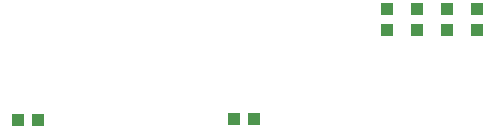
<source format=gbp>
G04*
G04 #@! TF.GenerationSoftware,Altium Limited,Altium Designer,24.5.2 (23)*
G04*
G04 Layer_Color=128*
%FSLAX25Y25*%
%MOIN*%
G70*
G04*
G04 #@! TF.SameCoordinates,AE978B62-B8FB-41D0-B00F-23312ADA98A8*
G04*
G04*
G04 #@! TF.FilePolarity,Positive*
G04*
G01*
G75*
%ADD28R,0.03937X0.04331*%
%ADD29R,0.04331X0.03937*%
D28*
X186874Y63124D02*
D03*
Y69817D02*
D03*
X176874Y63124D02*
D03*
Y69817D02*
D03*
X166874Y63124D02*
D03*
Y69817D02*
D03*
X156874Y63124D02*
D03*
Y69817D02*
D03*
D29*
X34028Y32970D02*
D03*
X40721D02*
D03*
X106028Y33470D02*
D03*
X112721D02*
D03*
M02*

</source>
